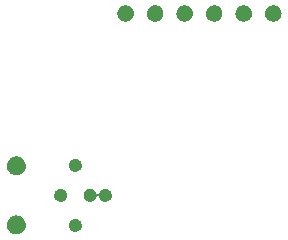
<source format=gbr>
G04 #@! TF.GenerationSoftware,KiCad,Pcbnew,7.0.2*
G04 #@! TF.CreationDate,2023-05-22T10:25:24+09:00*
G04 #@! TF.ProjectId,ATIK_LED_Board_rev01_220517,4154494b-5f4c-4454-945f-426f6172645f,rev?*
G04 #@! TF.SameCoordinates,Original*
G04 #@! TF.FileFunction,Soldermask,Bot*
G04 #@! TF.FilePolarity,Negative*
%FSLAX46Y46*%
G04 Gerber Fmt 4.6, Leading zero omitted, Abs format (unit mm)*
G04 Created by KiCad (PCBNEW 7.0.2) date 2023-05-22 10:25:24*
%MOMM*%
%LPD*%
G01*
G04 APERTURE LIST*
G04 APERTURE END LIST*
G36*
X102045023Y-121704073D02*
G01*
X102083657Y-121704073D01*
X102127240Y-121713336D01*
X102178239Y-121719083D01*
X102215321Y-121732058D01*
X102247306Y-121738857D01*
X102293401Y-121759379D01*
X102347541Y-121778324D01*
X102375719Y-121796029D01*
X102400157Y-121806910D01*
X102445720Y-121840014D01*
X102499415Y-121873753D01*
X102518700Y-121893038D01*
X102535512Y-121905253D01*
X102577076Y-121951414D01*
X102626247Y-122000585D01*
X102637555Y-122018582D01*
X102647467Y-122029590D01*
X102681376Y-122088322D01*
X102721676Y-122152459D01*
X102726707Y-122166838D01*
X102731120Y-122174481D01*
X102753718Y-122244030D01*
X102780917Y-122321761D01*
X102781948Y-122330913D01*
X102782823Y-122333606D01*
X102790751Y-122409044D01*
X102801000Y-122500000D01*
X102790749Y-122590975D01*
X102782823Y-122666393D01*
X102781948Y-122669084D01*
X102780917Y-122678239D01*
X102753713Y-122755982D01*
X102731120Y-122825518D01*
X102726708Y-122833159D01*
X102721676Y-122847541D01*
X102681369Y-122911688D01*
X102647467Y-122970409D01*
X102637557Y-122981414D01*
X102626247Y-122999415D01*
X102577067Y-123048594D01*
X102535512Y-123094746D01*
X102518704Y-123106957D01*
X102499415Y-123126247D01*
X102445710Y-123159992D01*
X102400157Y-123193089D01*
X102375725Y-123203966D01*
X102347541Y-123221676D01*
X102293391Y-123240623D01*
X102247306Y-123261142D01*
X102215327Y-123267939D01*
X102178239Y-123280917D01*
X102127237Y-123286663D01*
X102083657Y-123295927D01*
X102045023Y-123295927D01*
X102000000Y-123301000D01*
X101954977Y-123295927D01*
X101916343Y-123295927D01*
X101872761Y-123286663D01*
X101821761Y-123280917D01*
X101784674Y-123267939D01*
X101752693Y-123261142D01*
X101706603Y-123240622D01*
X101652459Y-123221676D01*
X101624277Y-123203968D01*
X101599842Y-123193089D01*
X101554282Y-123159987D01*
X101500585Y-123126247D01*
X101481298Y-123106960D01*
X101464487Y-123094746D01*
X101422922Y-123048584D01*
X101373753Y-122999415D01*
X101362444Y-122981418D01*
X101352532Y-122970409D01*
X101318618Y-122911668D01*
X101278324Y-122847541D01*
X101273293Y-122833163D01*
X101268879Y-122825518D01*
X101246272Y-122755942D01*
X101219083Y-122678239D01*
X101218052Y-122669089D01*
X101217176Y-122666393D01*
X101209235Y-122590843D01*
X101199000Y-122500000D01*
X101209233Y-122409176D01*
X101217176Y-122333606D01*
X101218052Y-122330909D01*
X101219083Y-122321761D01*
X101246267Y-122244070D01*
X101268879Y-122174481D01*
X101273293Y-122166834D01*
X101278324Y-122152459D01*
X101318611Y-122088342D01*
X101352532Y-122029590D01*
X101362446Y-122018578D01*
X101373753Y-122000585D01*
X101422913Y-121951424D01*
X101464487Y-121905253D01*
X101481301Y-121893036D01*
X101500585Y-121873753D01*
X101554278Y-121840015D01*
X101599846Y-121806908D01*
X101624284Y-121796027D01*
X101652459Y-121778324D01*
X101706587Y-121759383D01*
X101752689Y-121738858D01*
X101784679Y-121732058D01*
X101821761Y-121719083D01*
X101872759Y-121713336D01*
X101916343Y-121704073D01*
X101954977Y-121704073D01*
X102000000Y-121699000D01*
X102045023Y-121704073D01*
G37*
G36*
X107037439Y-121993929D02*
G01*
X107066305Y-121993929D01*
X107099403Y-122002086D01*
X107142609Y-122007775D01*
X107172182Y-122020024D01*
X107195063Y-122025664D01*
X107229752Y-122043870D01*
X107275500Y-122062820D01*
X107296374Y-122078837D01*
X107312483Y-122087292D01*
X107345420Y-122116471D01*
X107389616Y-122150384D01*
X107402174Y-122166751D01*
X107411740Y-122175225D01*
X107439166Y-122214960D01*
X107477180Y-122264500D01*
X107482910Y-122278334D01*
X107487073Y-122284365D01*
X107505132Y-122331984D01*
X107532225Y-122397391D01*
X107533440Y-122406625D01*
X107534097Y-122408356D01*
X107539179Y-122450216D01*
X107551000Y-122540000D01*
X107539177Y-122629799D01*
X107534097Y-122671643D01*
X107533440Y-122673372D01*
X107532225Y-122682609D01*
X107505128Y-122748026D01*
X107487073Y-122795634D01*
X107482911Y-122801663D01*
X107477180Y-122815500D01*
X107439160Y-122865048D01*
X107411740Y-122904774D01*
X107402177Y-122913245D01*
X107389616Y-122929616D01*
X107345411Y-122963534D01*
X107312483Y-122992707D01*
X107296378Y-123001159D01*
X107275500Y-123017180D01*
X107229743Y-123036132D01*
X107195063Y-123054335D01*
X107172187Y-123059973D01*
X107142609Y-123072225D01*
X107099401Y-123077913D01*
X107066305Y-123086071D01*
X107037439Y-123086071D01*
X107000000Y-123091000D01*
X106962561Y-123086071D01*
X106933695Y-123086071D01*
X106900597Y-123077913D01*
X106857391Y-123072225D01*
X106827814Y-123059973D01*
X106804936Y-123054335D01*
X106770251Y-123036130D01*
X106724500Y-123017180D01*
X106703623Y-123001161D01*
X106687516Y-122992707D01*
X106654580Y-122963529D01*
X106610384Y-122929616D01*
X106597824Y-122913248D01*
X106588259Y-122904774D01*
X106560830Y-122865035D01*
X106522820Y-122815500D01*
X106517090Y-122801666D01*
X106512926Y-122795634D01*
X106494859Y-122747998D01*
X106467775Y-122682609D01*
X106466559Y-122673376D01*
X106465902Y-122671643D01*
X106460809Y-122629697D01*
X106449000Y-122540000D01*
X106460807Y-122450310D01*
X106465902Y-122408356D01*
X106466559Y-122406621D01*
X106467775Y-122397391D01*
X106494855Y-122332012D01*
X106512926Y-122284365D01*
X106517091Y-122278330D01*
X106522820Y-122264500D01*
X106560823Y-122214973D01*
X106588259Y-122175225D01*
X106597827Y-122166748D01*
X106610384Y-122150384D01*
X106654572Y-122116477D01*
X106687516Y-122087292D01*
X106703627Y-122078835D01*
X106724500Y-122062820D01*
X106770242Y-122043872D01*
X106804936Y-122025664D01*
X106827818Y-122020024D01*
X106857391Y-122007775D01*
X106900595Y-122002086D01*
X106933695Y-121993929D01*
X106962561Y-121993929D01*
X107000000Y-121989000D01*
X107037439Y-121993929D01*
G37*
G36*
X105787439Y-119453929D02*
G01*
X105816305Y-119453929D01*
X105849403Y-119462086D01*
X105892609Y-119467775D01*
X105922182Y-119480024D01*
X105945063Y-119485664D01*
X105979752Y-119503870D01*
X106025500Y-119522820D01*
X106046374Y-119538837D01*
X106062483Y-119547292D01*
X106095420Y-119576471D01*
X106139616Y-119610384D01*
X106152174Y-119626751D01*
X106161740Y-119635225D01*
X106189166Y-119674960D01*
X106227180Y-119724500D01*
X106232910Y-119738334D01*
X106237073Y-119744365D01*
X106255132Y-119791984D01*
X106282225Y-119857391D01*
X106283440Y-119866625D01*
X106284097Y-119868356D01*
X106289179Y-119910212D01*
X106301000Y-120000000D01*
X106289178Y-120089795D01*
X106284097Y-120131643D01*
X106283440Y-120133372D01*
X106282225Y-120142609D01*
X106255128Y-120208026D01*
X106237073Y-120255634D01*
X106232911Y-120261663D01*
X106227180Y-120275500D01*
X106189160Y-120325048D01*
X106161740Y-120364774D01*
X106152177Y-120373245D01*
X106139616Y-120389616D01*
X106095411Y-120423534D01*
X106062483Y-120452707D01*
X106046378Y-120461159D01*
X106025500Y-120477180D01*
X105979743Y-120496132D01*
X105945063Y-120514335D01*
X105922187Y-120519973D01*
X105892609Y-120532225D01*
X105849401Y-120537913D01*
X105816305Y-120546071D01*
X105787439Y-120546071D01*
X105750000Y-120551000D01*
X105712561Y-120546071D01*
X105683695Y-120546071D01*
X105650597Y-120537913D01*
X105607391Y-120532225D01*
X105577814Y-120519973D01*
X105554936Y-120514335D01*
X105520251Y-120496130D01*
X105474500Y-120477180D01*
X105453623Y-120461161D01*
X105437516Y-120452707D01*
X105404580Y-120423529D01*
X105360384Y-120389616D01*
X105347824Y-120373248D01*
X105338259Y-120364774D01*
X105310830Y-120325035D01*
X105272820Y-120275500D01*
X105267090Y-120261666D01*
X105262926Y-120255634D01*
X105244859Y-120207998D01*
X105217775Y-120142609D01*
X105216559Y-120133376D01*
X105215902Y-120131643D01*
X105210809Y-120089697D01*
X105199000Y-120000000D01*
X105210807Y-119910310D01*
X105215902Y-119868356D01*
X105216559Y-119866621D01*
X105217775Y-119857391D01*
X105244855Y-119792012D01*
X105262926Y-119744365D01*
X105267091Y-119738330D01*
X105272820Y-119724500D01*
X105310823Y-119674973D01*
X105338259Y-119635225D01*
X105347827Y-119626748D01*
X105360384Y-119610384D01*
X105404572Y-119576477D01*
X105437516Y-119547292D01*
X105453627Y-119538835D01*
X105474500Y-119522820D01*
X105520242Y-119503872D01*
X105554936Y-119485664D01*
X105577818Y-119480024D01*
X105607391Y-119467775D01*
X105650595Y-119462086D01*
X105683695Y-119453929D01*
X105712561Y-119453929D01*
X105750000Y-119449000D01*
X105787439Y-119453929D01*
G37*
G36*
X109577439Y-119453929D02*
G01*
X109606305Y-119453929D01*
X109639403Y-119462086D01*
X109682609Y-119467775D01*
X109712182Y-119480024D01*
X109735063Y-119485664D01*
X109769752Y-119503870D01*
X109815500Y-119522820D01*
X109836374Y-119538837D01*
X109852483Y-119547292D01*
X109885420Y-119576471D01*
X109929616Y-119610384D01*
X109942174Y-119626751D01*
X109951740Y-119635225D01*
X109979166Y-119674960D01*
X110017180Y-119724500D01*
X110022910Y-119738334D01*
X110027073Y-119744365D01*
X110045132Y-119791984D01*
X110072225Y-119857391D01*
X110073440Y-119866625D01*
X110074097Y-119868356D01*
X110079179Y-119910212D01*
X110091000Y-120000000D01*
X110079178Y-120089795D01*
X110074097Y-120131643D01*
X110073440Y-120133372D01*
X110072225Y-120142609D01*
X110045128Y-120208026D01*
X110027073Y-120255634D01*
X110022911Y-120261663D01*
X110017180Y-120275500D01*
X109979160Y-120325048D01*
X109951740Y-120364774D01*
X109942177Y-120373245D01*
X109929616Y-120389616D01*
X109885411Y-120423534D01*
X109852483Y-120452707D01*
X109836378Y-120461159D01*
X109815500Y-120477180D01*
X109769743Y-120496132D01*
X109735063Y-120514335D01*
X109712187Y-120519973D01*
X109682609Y-120532225D01*
X109639401Y-120537913D01*
X109606305Y-120546071D01*
X109577439Y-120546071D01*
X109540000Y-120551000D01*
X109502561Y-120546071D01*
X109473695Y-120546071D01*
X109440597Y-120537913D01*
X109397391Y-120532225D01*
X109367814Y-120519973D01*
X109344936Y-120514335D01*
X109310251Y-120496130D01*
X109264500Y-120477180D01*
X109243623Y-120461161D01*
X109227516Y-120452707D01*
X109194580Y-120423529D01*
X109150384Y-120389616D01*
X109137824Y-120373248D01*
X109128259Y-120364774D01*
X109100832Y-120325039D01*
X109062820Y-120275500D01*
X109057089Y-120261664D01*
X109052926Y-120255633D01*
X109034864Y-120208008D01*
X109007775Y-120142609D01*
X109006559Y-120133375D01*
X108981280Y-120066720D01*
X108808720Y-120066720D01*
X108783440Y-120133374D01*
X108782225Y-120142609D01*
X108755127Y-120208029D01*
X108737073Y-120255633D01*
X108732912Y-120261660D01*
X108727180Y-120275500D01*
X108689157Y-120325052D01*
X108661740Y-120364774D01*
X108652177Y-120373245D01*
X108639616Y-120389616D01*
X108595411Y-120423534D01*
X108562483Y-120452707D01*
X108546378Y-120461159D01*
X108525500Y-120477180D01*
X108479743Y-120496132D01*
X108445063Y-120514335D01*
X108422187Y-120519973D01*
X108392609Y-120532225D01*
X108349401Y-120537913D01*
X108316305Y-120546071D01*
X108287439Y-120546071D01*
X108250000Y-120551000D01*
X108212561Y-120546071D01*
X108183695Y-120546071D01*
X108150597Y-120537913D01*
X108107391Y-120532225D01*
X108077814Y-120519973D01*
X108054936Y-120514335D01*
X108020251Y-120496130D01*
X107974500Y-120477180D01*
X107953623Y-120461161D01*
X107937516Y-120452707D01*
X107904580Y-120423529D01*
X107860384Y-120389616D01*
X107847824Y-120373248D01*
X107838259Y-120364774D01*
X107810830Y-120325035D01*
X107772820Y-120275500D01*
X107767090Y-120261666D01*
X107762926Y-120255634D01*
X107744859Y-120207998D01*
X107717775Y-120142609D01*
X107716559Y-120133376D01*
X107715902Y-120131643D01*
X107710809Y-120089697D01*
X107699000Y-120000000D01*
X107710807Y-119910310D01*
X107715902Y-119868356D01*
X107716559Y-119866621D01*
X107717775Y-119857391D01*
X107744855Y-119792012D01*
X107762926Y-119744365D01*
X107767091Y-119738330D01*
X107772820Y-119724500D01*
X107810823Y-119674973D01*
X107838259Y-119635225D01*
X107847827Y-119626748D01*
X107860384Y-119610384D01*
X107904572Y-119576477D01*
X107937516Y-119547292D01*
X107953627Y-119538835D01*
X107974500Y-119522820D01*
X108020242Y-119503872D01*
X108054936Y-119485664D01*
X108077818Y-119480024D01*
X108107391Y-119467775D01*
X108150595Y-119462086D01*
X108183695Y-119453929D01*
X108212561Y-119453929D01*
X108250000Y-119449000D01*
X108287439Y-119453929D01*
X108316305Y-119453929D01*
X108349403Y-119462086D01*
X108392609Y-119467775D01*
X108422182Y-119480024D01*
X108445063Y-119485664D01*
X108479752Y-119503870D01*
X108525500Y-119522820D01*
X108546374Y-119538837D01*
X108562483Y-119547292D01*
X108595420Y-119576471D01*
X108639616Y-119610384D01*
X108652174Y-119626751D01*
X108661740Y-119635225D01*
X108689166Y-119674960D01*
X108727180Y-119724500D01*
X108732910Y-119738334D01*
X108737073Y-119744365D01*
X108755134Y-119791989D01*
X108782225Y-119857391D01*
X108783440Y-119866623D01*
X108808720Y-119933279D01*
X108981280Y-119933279D01*
X109006559Y-119866622D01*
X109007775Y-119857391D01*
X109034856Y-119792010D01*
X109052926Y-119744365D01*
X109057091Y-119738330D01*
X109062820Y-119724500D01*
X109100823Y-119674973D01*
X109128259Y-119635225D01*
X109137827Y-119626748D01*
X109150384Y-119610384D01*
X109194572Y-119576477D01*
X109227516Y-119547292D01*
X109243627Y-119538835D01*
X109264500Y-119522820D01*
X109310242Y-119503872D01*
X109344936Y-119485664D01*
X109367818Y-119480024D01*
X109397391Y-119467775D01*
X109440595Y-119462086D01*
X109473695Y-119453929D01*
X109502561Y-119453929D01*
X109540000Y-119449000D01*
X109577439Y-119453929D01*
G37*
G36*
X102045023Y-116704073D02*
G01*
X102083657Y-116704073D01*
X102127240Y-116713336D01*
X102178239Y-116719083D01*
X102215321Y-116732058D01*
X102247306Y-116738857D01*
X102293401Y-116759379D01*
X102347541Y-116778324D01*
X102375719Y-116796029D01*
X102400157Y-116806910D01*
X102445720Y-116840014D01*
X102499415Y-116873753D01*
X102518700Y-116893038D01*
X102535512Y-116905253D01*
X102577076Y-116951414D01*
X102626247Y-117000585D01*
X102637555Y-117018582D01*
X102647467Y-117029590D01*
X102681376Y-117088322D01*
X102721676Y-117152459D01*
X102726707Y-117166838D01*
X102731120Y-117174481D01*
X102753718Y-117244030D01*
X102780917Y-117321761D01*
X102781948Y-117330913D01*
X102782823Y-117333606D01*
X102790750Y-117409038D01*
X102801000Y-117500000D01*
X102790750Y-117590969D01*
X102782823Y-117666393D01*
X102781948Y-117669084D01*
X102780917Y-117678239D01*
X102753713Y-117755982D01*
X102731120Y-117825518D01*
X102726708Y-117833159D01*
X102721676Y-117847541D01*
X102681369Y-117911688D01*
X102647467Y-117970409D01*
X102637557Y-117981414D01*
X102626247Y-117999415D01*
X102577067Y-118048594D01*
X102535512Y-118094746D01*
X102518704Y-118106957D01*
X102499415Y-118126247D01*
X102445710Y-118159992D01*
X102400157Y-118193089D01*
X102375725Y-118203966D01*
X102347541Y-118221676D01*
X102293391Y-118240623D01*
X102247306Y-118261142D01*
X102215327Y-118267939D01*
X102178239Y-118280917D01*
X102127237Y-118286663D01*
X102083657Y-118295927D01*
X102045023Y-118295927D01*
X102000000Y-118301000D01*
X101954977Y-118295927D01*
X101916343Y-118295927D01*
X101872761Y-118286663D01*
X101821761Y-118280917D01*
X101784674Y-118267939D01*
X101752693Y-118261142D01*
X101706603Y-118240622D01*
X101652459Y-118221676D01*
X101624277Y-118203968D01*
X101599842Y-118193089D01*
X101554282Y-118159987D01*
X101500585Y-118126247D01*
X101481298Y-118106960D01*
X101464487Y-118094746D01*
X101422922Y-118048584D01*
X101373753Y-117999415D01*
X101362444Y-117981418D01*
X101352532Y-117970409D01*
X101318618Y-117911668D01*
X101278324Y-117847541D01*
X101273293Y-117833163D01*
X101268879Y-117825518D01*
X101246272Y-117755942D01*
X101219083Y-117678239D01*
X101218052Y-117669089D01*
X101217176Y-117666393D01*
X101209235Y-117590837D01*
X101199000Y-117500000D01*
X101209234Y-117409170D01*
X101217176Y-117333606D01*
X101218052Y-117330909D01*
X101219083Y-117321761D01*
X101246267Y-117244070D01*
X101268879Y-117174481D01*
X101273293Y-117166834D01*
X101278324Y-117152459D01*
X101318611Y-117088342D01*
X101352532Y-117029590D01*
X101362446Y-117018578D01*
X101373753Y-117000585D01*
X101422913Y-116951424D01*
X101464487Y-116905253D01*
X101481301Y-116893036D01*
X101500585Y-116873753D01*
X101554278Y-116840015D01*
X101599846Y-116806908D01*
X101624284Y-116796027D01*
X101652459Y-116778324D01*
X101706587Y-116759383D01*
X101752689Y-116738858D01*
X101784679Y-116732058D01*
X101821761Y-116719083D01*
X101872759Y-116713336D01*
X101916343Y-116704073D01*
X101954977Y-116704073D01*
X102000000Y-116699000D01*
X102045023Y-116704073D01*
G37*
G36*
X107037439Y-116913929D02*
G01*
X107066305Y-116913929D01*
X107099403Y-116922086D01*
X107142609Y-116927775D01*
X107172182Y-116940024D01*
X107195063Y-116945664D01*
X107229752Y-116963870D01*
X107275500Y-116982820D01*
X107296374Y-116998837D01*
X107312483Y-117007292D01*
X107345420Y-117036471D01*
X107389616Y-117070384D01*
X107402174Y-117086751D01*
X107411740Y-117095225D01*
X107439166Y-117134960D01*
X107477180Y-117184500D01*
X107482910Y-117198334D01*
X107487073Y-117204365D01*
X107505132Y-117251984D01*
X107532225Y-117317391D01*
X107533440Y-117326625D01*
X107534097Y-117328356D01*
X107539179Y-117370212D01*
X107551000Y-117460000D01*
X107539178Y-117549795D01*
X107534097Y-117591643D01*
X107533440Y-117593372D01*
X107532225Y-117602609D01*
X107505128Y-117668026D01*
X107487073Y-117715634D01*
X107482911Y-117721663D01*
X107477180Y-117735500D01*
X107439160Y-117785048D01*
X107411740Y-117824774D01*
X107402177Y-117833245D01*
X107389616Y-117849616D01*
X107345411Y-117883534D01*
X107312483Y-117912707D01*
X107296378Y-117921159D01*
X107275500Y-117937180D01*
X107229743Y-117956132D01*
X107195063Y-117974335D01*
X107172187Y-117979973D01*
X107142609Y-117992225D01*
X107099401Y-117997913D01*
X107066305Y-118006071D01*
X107037439Y-118006071D01*
X107000000Y-118011000D01*
X106962561Y-118006071D01*
X106933695Y-118006071D01*
X106900597Y-117997913D01*
X106857391Y-117992225D01*
X106827814Y-117979973D01*
X106804936Y-117974335D01*
X106770251Y-117956130D01*
X106724500Y-117937180D01*
X106703623Y-117921161D01*
X106687516Y-117912707D01*
X106654580Y-117883529D01*
X106610384Y-117849616D01*
X106597824Y-117833248D01*
X106588259Y-117824774D01*
X106560830Y-117785035D01*
X106522820Y-117735500D01*
X106517090Y-117721666D01*
X106512926Y-117715634D01*
X106494859Y-117667998D01*
X106467775Y-117602609D01*
X106466559Y-117593376D01*
X106465902Y-117591643D01*
X106460809Y-117549701D01*
X106449000Y-117460000D01*
X106460807Y-117370314D01*
X106465902Y-117328356D01*
X106466559Y-117326621D01*
X106467775Y-117317391D01*
X106494855Y-117252012D01*
X106512926Y-117204365D01*
X106517091Y-117198330D01*
X106522820Y-117184500D01*
X106560823Y-117134973D01*
X106588259Y-117095225D01*
X106597827Y-117086748D01*
X106610384Y-117070384D01*
X106654572Y-117036477D01*
X106687516Y-117007292D01*
X106703627Y-116998835D01*
X106724500Y-116982820D01*
X106770242Y-116963872D01*
X106804936Y-116945664D01*
X106827818Y-116940024D01*
X106857391Y-116927775D01*
X106900595Y-116922086D01*
X106933695Y-116913929D01*
X106962561Y-116913929D01*
X107000000Y-116909000D01*
X107037439Y-116913929D01*
G37*
G36*
X111325958Y-103904111D02*
G01*
X111334496Y-103904111D01*
X111387979Y-103917293D01*
X111466410Y-103933964D01*
X111479799Y-103939925D01*
X111498578Y-103944554D01*
X111545465Y-103969162D01*
X111600155Y-103993512D01*
X111621737Y-104009192D01*
X111648213Y-104023088D01*
X111681720Y-104052773D01*
X111718599Y-104079567D01*
X111744757Y-104108618D01*
X111774706Y-104135151D01*
X111794606Y-104163982D01*
X111816563Y-104188367D01*
X111842769Y-104233758D01*
X111870705Y-104274229D01*
X111879451Y-104297292D01*
X111889766Y-104315157D01*
X111910934Y-104380306D01*
X111930630Y-104432240D01*
X111932313Y-104446103D01*
X111935008Y-104454397D01*
X111945875Y-104557793D01*
X111951000Y-104600000D01*
X111945873Y-104642217D01*
X111935008Y-104745602D01*
X111932313Y-104753894D01*
X111930630Y-104767760D01*
X111910932Y-104819699D01*
X111889766Y-104884842D01*
X111879452Y-104902705D01*
X111870705Y-104925771D01*
X111842766Y-104966247D01*
X111816563Y-105011632D01*
X111794609Y-105036013D01*
X111774706Y-105064849D01*
X111744753Y-105091384D01*
X111718599Y-105120432D01*
X111681726Y-105147221D01*
X111648213Y-105176912D01*
X111621732Y-105190809D01*
X111600155Y-105206487D01*
X111545478Y-105230831D01*
X111498578Y-105255446D01*
X111479794Y-105260075D01*
X111466410Y-105266035D01*
X111387992Y-105282703D01*
X111334496Y-105295889D01*
X111325958Y-105295889D01*
X111323201Y-105296475D01*
X111176799Y-105296475D01*
X111174042Y-105295889D01*
X111165504Y-105295889D01*
X111112009Y-105282703D01*
X111033589Y-105266035D01*
X111020203Y-105260075D01*
X111001422Y-105255446D01*
X110954527Y-105230834D01*
X110899844Y-105206487D01*
X110878263Y-105190808D01*
X110851787Y-105176912D01*
X110818277Y-105147225D01*
X110781400Y-105120432D01*
X110755241Y-105091380D01*
X110725294Y-105064849D01*
X110705393Y-105036018D01*
X110683436Y-105011632D01*
X110657227Y-104966238D01*
X110629295Y-104925771D01*
X110620549Y-104902710D01*
X110610233Y-104884842D01*
X110589060Y-104819681D01*
X110569370Y-104767760D01*
X110567686Y-104753899D01*
X110564991Y-104745602D01*
X110554118Y-104642156D01*
X110549000Y-104600000D01*
X110554117Y-104557854D01*
X110564991Y-104454397D01*
X110567687Y-104446099D01*
X110569370Y-104432240D01*
X110589058Y-104380324D01*
X110610233Y-104315157D01*
X110620550Y-104297287D01*
X110629295Y-104274229D01*
X110657224Y-104233766D01*
X110683436Y-104188367D01*
X110705396Y-104163977D01*
X110725294Y-104135151D01*
X110755238Y-104108622D01*
X110781402Y-104079565D01*
X110818287Y-104052766D01*
X110851787Y-104023088D01*
X110878256Y-104009195D01*
X110899842Y-103993513D01*
X110954539Y-103969159D01*
X111001422Y-103944554D01*
X111020198Y-103939925D01*
X111033589Y-103933964D01*
X111112023Y-103917292D01*
X111165504Y-103904111D01*
X111174042Y-103904111D01*
X111176799Y-103903525D01*
X111323201Y-103903525D01*
X111325958Y-103904111D01*
G37*
G36*
X113825958Y-103904111D02*
G01*
X113834496Y-103904111D01*
X113887979Y-103917293D01*
X113966410Y-103933964D01*
X113979799Y-103939925D01*
X113998578Y-103944554D01*
X114045465Y-103969162D01*
X114100155Y-103993512D01*
X114121737Y-104009192D01*
X114148213Y-104023088D01*
X114181720Y-104052773D01*
X114218599Y-104079567D01*
X114244757Y-104108618D01*
X114274706Y-104135151D01*
X114294606Y-104163982D01*
X114316563Y-104188367D01*
X114342769Y-104233758D01*
X114370705Y-104274229D01*
X114379451Y-104297292D01*
X114389766Y-104315157D01*
X114410934Y-104380306D01*
X114430630Y-104432240D01*
X114432313Y-104446103D01*
X114435008Y-104454397D01*
X114445875Y-104557793D01*
X114451000Y-104600000D01*
X114445873Y-104642217D01*
X114435008Y-104745602D01*
X114432313Y-104753894D01*
X114430630Y-104767760D01*
X114410932Y-104819699D01*
X114389766Y-104884842D01*
X114379452Y-104902705D01*
X114370705Y-104925771D01*
X114342766Y-104966247D01*
X114316563Y-105011632D01*
X114294609Y-105036013D01*
X114274706Y-105064849D01*
X114244753Y-105091384D01*
X114218599Y-105120432D01*
X114181726Y-105147221D01*
X114148213Y-105176912D01*
X114121732Y-105190809D01*
X114100155Y-105206487D01*
X114045478Y-105230831D01*
X113998578Y-105255446D01*
X113979794Y-105260075D01*
X113966410Y-105266035D01*
X113887992Y-105282703D01*
X113834496Y-105295889D01*
X113825958Y-105295889D01*
X113823201Y-105296475D01*
X113676799Y-105296475D01*
X113674042Y-105295889D01*
X113665504Y-105295889D01*
X113612009Y-105282703D01*
X113533589Y-105266035D01*
X113520203Y-105260075D01*
X113501422Y-105255446D01*
X113454527Y-105230834D01*
X113399844Y-105206487D01*
X113378263Y-105190808D01*
X113351787Y-105176912D01*
X113318277Y-105147225D01*
X113281400Y-105120432D01*
X113255241Y-105091380D01*
X113225294Y-105064849D01*
X113205393Y-105036018D01*
X113183436Y-105011632D01*
X113157227Y-104966238D01*
X113129295Y-104925771D01*
X113120549Y-104902710D01*
X113110233Y-104884842D01*
X113089060Y-104819681D01*
X113069370Y-104767760D01*
X113067686Y-104753899D01*
X113064991Y-104745602D01*
X113054118Y-104642156D01*
X113049000Y-104600000D01*
X113054117Y-104557854D01*
X113064991Y-104454397D01*
X113067687Y-104446099D01*
X113069370Y-104432240D01*
X113089058Y-104380324D01*
X113110233Y-104315157D01*
X113120550Y-104297287D01*
X113129295Y-104274229D01*
X113157224Y-104233766D01*
X113183436Y-104188367D01*
X113205396Y-104163977D01*
X113225294Y-104135151D01*
X113255238Y-104108622D01*
X113281402Y-104079565D01*
X113318287Y-104052766D01*
X113351787Y-104023088D01*
X113378256Y-104009195D01*
X113399842Y-103993513D01*
X113454539Y-103969159D01*
X113501422Y-103944554D01*
X113520198Y-103939925D01*
X113533589Y-103933964D01*
X113612023Y-103917292D01*
X113665504Y-103904111D01*
X113674042Y-103904111D01*
X113676799Y-103903525D01*
X113823201Y-103903525D01*
X113825958Y-103904111D01*
G37*
G36*
X116325958Y-103904111D02*
G01*
X116334496Y-103904111D01*
X116387979Y-103917293D01*
X116466410Y-103933964D01*
X116479799Y-103939925D01*
X116498578Y-103944554D01*
X116545465Y-103969162D01*
X116600155Y-103993512D01*
X116621737Y-104009192D01*
X116648213Y-104023088D01*
X116681720Y-104052773D01*
X116718599Y-104079567D01*
X116744757Y-104108618D01*
X116774706Y-104135151D01*
X116794606Y-104163982D01*
X116816563Y-104188367D01*
X116842769Y-104233758D01*
X116870705Y-104274229D01*
X116879451Y-104297292D01*
X116889766Y-104315157D01*
X116910934Y-104380306D01*
X116930630Y-104432240D01*
X116932313Y-104446103D01*
X116935008Y-104454397D01*
X116945875Y-104557793D01*
X116951000Y-104600000D01*
X116945873Y-104642217D01*
X116935008Y-104745602D01*
X116932313Y-104753894D01*
X116930630Y-104767760D01*
X116910932Y-104819699D01*
X116889766Y-104884842D01*
X116879452Y-104902705D01*
X116870705Y-104925771D01*
X116842766Y-104966247D01*
X116816563Y-105011632D01*
X116794609Y-105036013D01*
X116774706Y-105064849D01*
X116744753Y-105091384D01*
X116718599Y-105120432D01*
X116681726Y-105147221D01*
X116648213Y-105176912D01*
X116621732Y-105190809D01*
X116600155Y-105206487D01*
X116545478Y-105230831D01*
X116498578Y-105255446D01*
X116479794Y-105260075D01*
X116466410Y-105266035D01*
X116387992Y-105282703D01*
X116334496Y-105295889D01*
X116325958Y-105295889D01*
X116323201Y-105296475D01*
X116176799Y-105296475D01*
X116174042Y-105295889D01*
X116165504Y-105295889D01*
X116112009Y-105282703D01*
X116033589Y-105266035D01*
X116020203Y-105260075D01*
X116001422Y-105255446D01*
X115954527Y-105230834D01*
X115899844Y-105206487D01*
X115878263Y-105190808D01*
X115851787Y-105176912D01*
X115818277Y-105147225D01*
X115781400Y-105120432D01*
X115755241Y-105091380D01*
X115725294Y-105064849D01*
X115705393Y-105036018D01*
X115683436Y-105011632D01*
X115657227Y-104966238D01*
X115629295Y-104925771D01*
X115620549Y-104902710D01*
X115610233Y-104884842D01*
X115589060Y-104819681D01*
X115569370Y-104767760D01*
X115567686Y-104753899D01*
X115564991Y-104745602D01*
X115554118Y-104642156D01*
X115549000Y-104600000D01*
X115554117Y-104557854D01*
X115564991Y-104454397D01*
X115567687Y-104446099D01*
X115569370Y-104432240D01*
X115589058Y-104380324D01*
X115610233Y-104315157D01*
X115620550Y-104297287D01*
X115629295Y-104274229D01*
X115657224Y-104233766D01*
X115683436Y-104188367D01*
X115705396Y-104163977D01*
X115725294Y-104135151D01*
X115755238Y-104108622D01*
X115781402Y-104079565D01*
X115818287Y-104052766D01*
X115851787Y-104023088D01*
X115878256Y-104009195D01*
X115899842Y-103993513D01*
X115954539Y-103969159D01*
X116001422Y-103944554D01*
X116020198Y-103939925D01*
X116033589Y-103933964D01*
X116112023Y-103917292D01*
X116165504Y-103904111D01*
X116174042Y-103904111D01*
X116176799Y-103903525D01*
X116323201Y-103903525D01*
X116325958Y-103904111D01*
G37*
G36*
X118825958Y-103904111D02*
G01*
X118834496Y-103904111D01*
X118887979Y-103917293D01*
X118966410Y-103933964D01*
X118979799Y-103939925D01*
X118998578Y-103944554D01*
X119045465Y-103969162D01*
X119100155Y-103993512D01*
X119121737Y-104009192D01*
X119148213Y-104023088D01*
X119181720Y-104052773D01*
X119218599Y-104079567D01*
X119244757Y-104108618D01*
X119274706Y-104135151D01*
X119294606Y-104163982D01*
X119316563Y-104188367D01*
X119342769Y-104233758D01*
X119370705Y-104274229D01*
X119379451Y-104297292D01*
X119389766Y-104315157D01*
X119410934Y-104380306D01*
X119430630Y-104432240D01*
X119432313Y-104446103D01*
X119435008Y-104454397D01*
X119445874Y-104557788D01*
X119451000Y-104600000D01*
X119445874Y-104642213D01*
X119435008Y-104745602D01*
X119432313Y-104753894D01*
X119430630Y-104767760D01*
X119410932Y-104819699D01*
X119389766Y-104884842D01*
X119379452Y-104902705D01*
X119370705Y-104925771D01*
X119342766Y-104966247D01*
X119316563Y-105011632D01*
X119294609Y-105036013D01*
X119274706Y-105064849D01*
X119244753Y-105091384D01*
X119218599Y-105120432D01*
X119181726Y-105147221D01*
X119148213Y-105176912D01*
X119121732Y-105190809D01*
X119100155Y-105206487D01*
X119045478Y-105230831D01*
X118998578Y-105255446D01*
X118979794Y-105260075D01*
X118966410Y-105266035D01*
X118887992Y-105282703D01*
X118834496Y-105295889D01*
X118825958Y-105295889D01*
X118823201Y-105296475D01*
X118676799Y-105296475D01*
X118674042Y-105295889D01*
X118665504Y-105295889D01*
X118612009Y-105282703D01*
X118533589Y-105266035D01*
X118520203Y-105260075D01*
X118501422Y-105255446D01*
X118454527Y-105230834D01*
X118399844Y-105206487D01*
X118378263Y-105190808D01*
X118351787Y-105176912D01*
X118318277Y-105147225D01*
X118281400Y-105120432D01*
X118255241Y-105091380D01*
X118225294Y-105064849D01*
X118205393Y-105036018D01*
X118183436Y-105011632D01*
X118157227Y-104966238D01*
X118129295Y-104925771D01*
X118120549Y-104902710D01*
X118110233Y-104884842D01*
X118089060Y-104819681D01*
X118069370Y-104767760D01*
X118067686Y-104753899D01*
X118064991Y-104745602D01*
X118054118Y-104642151D01*
X118049000Y-104600000D01*
X118054118Y-104557849D01*
X118064991Y-104454397D01*
X118067687Y-104446099D01*
X118069370Y-104432240D01*
X118089058Y-104380324D01*
X118110233Y-104315157D01*
X118120550Y-104297287D01*
X118129295Y-104274229D01*
X118157224Y-104233766D01*
X118183436Y-104188367D01*
X118205396Y-104163977D01*
X118225294Y-104135151D01*
X118255238Y-104108622D01*
X118281402Y-104079565D01*
X118318287Y-104052766D01*
X118351787Y-104023088D01*
X118378256Y-104009195D01*
X118399842Y-103993513D01*
X118454539Y-103969159D01*
X118501422Y-103944554D01*
X118520198Y-103939925D01*
X118533589Y-103933964D01*
X118612023Y-103917292D01*
X118665504Y-103904111D01*
X118674042Y-103904111D01*
X118676799Y-103903525D01*
X118823201Y-103903525D01*
X118825958Y-103904111D01*
G37*
G36*
X121325958Y-103904111D02*
G01*
X121334496Y-103904111D01*
X121387979Y-103917293D01*
X121466410Y-103933964D01*
X121479799Y-103939925D01*
X121498578Y-103944554D01*
X121545465Y-103969162D01*
X121600155Y-103993512D01*
X121621737Y-104009192D01*
X121648213Y-104023088D01*
X121681720Y-104052773D01*
X121718599Y-104079567D01*
X121744757Y-104108618D01*
X121774706Y-104135151D01*
X121794606Y-104163982D01*
X121816563Y-104188367D01*
X121842769Y-104233758D01*
X121870705Y-104274229D01*
X121879451Y-104297292D01*
X121889766Y-104315157D01*
X121910934Y-104380306D01*
X121930630Y-104432240D01*
X121932313Y-104446103D01*
X121935008Y-104454397D01*
X121945874Y-104557788D01*
X121951000Y-104600000D01*
X121945874Y-104642213D01*
X121935008Y-104745602D01*
X121932313Y-104753894D01*
X121930630Y-104767760D01*
X121910932Y-104819699D01*
X121889766Y-104884842D01*
X121879452Y-104902705D01*
X121870705Y-104925771D01*
X121842766Y-104966247D01*
X121816563Y-105011632D01*
X121794609Y-105036013D01*
X121774706Y-105064849D01*
X121744753Y-105091384D01*
X121718599Y-105120432D01*
X121681726Y-105147221D01*
X121648213Y-105176912D01*
X121621732Y-105190809D01*
X121600155Y-105206487D01*
X121545478Y-105230831D01*
X121498578Y-105255446D01*
X121479794Y-105260075D01*
X121466410Y-105266035D01*
X121387992Y-105282703D01*
X121334496Y-105295889D01*
X121325958Y-105295889D01*
X121323201Y-105296475D01*
X121176799Y-105296475D01*
X121174042Y-105295889D01*
X121165504Y-105295889D01*
X121112009Y-105282703D01*
X121033589Y-105266035D01*
X121020203Y-105260075D01*
X121001422Y-105255446D01*
X120954527Y-105230834D01*
X120899844Y-105206487D01*
X120878263Y-105190808D01*
X120851787Y-105176912D01*
X120818277Y-105147225D01*
X120781400Y-105120432D01*
X120755241Y-105091380D01*
X120725294Y-105064849D01*
X120705393Y-105036018D01*
X120683436Y-105011632D01*
X120657227Y-104966238D01*
X120629295Y-104925771D01*
X120620549Y-104902710D01*
X120610233Y-104884842D01*
X120589060Y-104819681D01*
X120569370Y-104767760D01*
X120567686Y-104753899D01*
X120564991Y-104745602D01*
X120554118Y-104642151D01*
X120549000Y-104600000D01*
X120554118Y-104557849D01*
X120564991Y-104454397D01*
X120567687Y-104446099D01*
X120569370Y-104432240D01*
X120589058Y-104380324D01*
X120610233Y-104315157D01*
X120620550Y-104297287D01*
X120629295Y-104274229D01*
X120657224Y-104233766D01*
X120683436Y-104188367D01*
X120705396Y-104163977D01*
X120725294Y-104135151D01*
X120755238Y-104108622D01*
X120781402Y-104079565D01*
X120818287Y-104052766D01*
X120851787Y-104023088D01*
X120878256Y-104009195D01*
X120899842Y-103993513D01*
X120954539Y-103969159D01*
X121001422Y-103944554D01*
X121020198Y-103939925D01*
X121033589Y-103933964D01*
X121112023Y-103917292D01*
X121165504Y-103904111D01*
X121174042Y-103904111D01*
X121176799Y-103903525D01*
X121323201Y-103903525D01*
X121325958Y-103904111D01*
G37*
G36*
X123825958Y-103904111D02*
G01*
X123834496Y-103904111D01*
X123887979Y-103917293D01*
X123966410Y-103933964D01*
X123979799Y-103939925D01*
X123998578Y-103944554D01*
X124045465Y-103969162D01*
X124100155Y-103993512D01*
X124121737Y-104009192D01*
X124148213Y-104023088D01*
X124181720Y-104052773D01*
X124218599Y-104079567D01*
X124244757Y-104108618D01*
X124274706Y-104135151D01*
X124294606Y-104163982D01*
X124316563Y-104188367D01*
X124342769Y-104233758D01*
X124370705Y-104274229D01*
X124379451Y-104297292D01*
X124389766Y-104315157D01*
X124410934Y-104380306D01*
X124430630Y-104432240D01*
X124432313Y-104446103D01*
X124435008Y-104454397D01*
X124445875Y-104557793D01*
X124451000Y-104600000D01*
X124445873Y-104642217D01*
X124435008Y-104745602D01*
X124432313Y-104753894D01*
X124430630Y-104767760D01*
X124410932Y-104819699D01*
X124389766Y-104884842D01*
X124379452Y-104902705D01*
X124370705Y-104925771D01*
X124342766Y-104966247D01*
X124316563Y-105011632D01*
X124294609Y-105036013D01*
X124274706Y-105064849D01*
X124244753Y-105091384D01*
X124218599Y-105120432D01*
X124181726Y-105147221D01*
X124148213Y-105176912D01*
X124121732Y-105190809D01*
X124100155Y-105206487D01*
X124045478Y-105230831D01*
X123998578Y-105255446D01*
X123979794Y-105260075D01*
X123966410Y-105266035D01*
X123887992Y-105282703D01*
X123834496Y-105295889D01*
X123825958Y-105295889D01*
X123823201Y-105296475D01*
X123676799Y-105296475D01*
X123674042Y-105295889D01*
X123665504Y-105295889D01*
X123612009Y-105282703D01*
X123533589Y-105266035D01*
X123520203Y-105260075D01*
X123501422Y-105255446D01*
X123454527Y-105230834D01*
X123399844Y-105206487D01*
X123378263Y-105190808D01*
X123351787Y-105176912D01*
X123318277Y-105147225D01*
X123281400Y-105120432D01*
X123255241Y-105091380D01*
X123225294Y-105064849D01*
X123205393Y-105036018D01*
X123183436Y-105011632D01*
X123157227Y-104966238D01*
X123129295Y-104925771D01*
X123120549Y-104902710D01*
X123110233Y-104884842D01*
X123089060Y-104819681D01*
X123069370Y-104767760D01*
X123067686Y-104753899D01*
X123064991Y-104745602D01*
X123054118Y-104642156D01*
X123049000Y-104600000D01*
X123054117Y-104557854D01*
X123064991Y-104454397D01*
X123067687Y-104446099D01*
X123069370Y-104432240D01*
X123089058Y-104380324D01*
X123110233Y-104315157D01*
X123120550Y-104297287D01*
X123129295Y-104274229D01*
X123157224Y-104233766D01*
X123183436Y-104188367D01*
X123205396Y-104163977D01*
X123225294Y-104135151D01*
X123255238Y-104108622D01*
X123281402Y-104079565D01*
X123318287Y-104052766D01*
X123351787Y-104023088D01*
X123378256Y-104009195D01*
X123399842Y-103993513D01*
X123454539Y-103969159D01*
X123501422Y-103944554D01*
X123520198Y-103939925D01*
X123533589Y-103933964D01*
X123612023Y-103917292D01*
X123665504Y-103904111D01*
X123674042Y-103904111D01*
X123676799Y-103903525D01*
X123823201Y-103903525D01*
X123825958Y-103904111D01*
G37*
M02*

</source>
